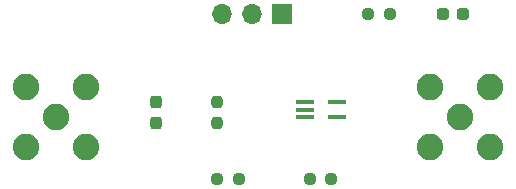
<source format=gts>
G04 #@! TF.GenerationSoftware,KiCad,Pcbnew,6.0.11+dfsg-1*
G04 #@! TF.CreationDate,2024-04-10T12:01:03+02:00*
G04 #@! TF.ProjectId,Nehari_Chauveliere_aase_dephaseur,4e656861-7269-45f4-9368-617576656c69,rev?*
G04 #@! TF.SameCoordinates,Original*
G04 #@! TF.FileFunction,Soldermask,Top*
G04 #@! TF.FilePolarity,Negative*
%FSLAX46Y46*%
G04 Gerber Fmt 4.6, Leading zero omitted, Abs format (unit mm)*
G04 Created by KiCad (PCBNEW 6.0.11+dfsg-1) date 2024-04-10 12:01:03*
%MOMM*%
%LPD*%
G01*
G04 APERTURE LIST*
G04 Aperture macros list*
%AMRoundRect*
0 Rectangle with rounded corners*
0 $1 Rounding radius*
0 $2 $3 $4 $5 $6 $7 $8 $9 X,Y pos of 4 corners*
0 Add a 4 corners polygon primitive as box body*
4,1,4,$2,$3,$4,$5,$6,$7,$8,$9,$2,$3,0*
0 Add four circle primitives for the rounded corners*
1,1,$1+$1,$2,$3*
1,1,$1+$1,$4,$5*
1,1,$1+$1,$6,$7*
1,1,$1+$1,$8,$9*
0 Add four rect primitives between the rounded corners*
20,1,$1+$1,$2,$3,$4,$5,0*
20,1,$1+$1,$4,$5,$6,$7,0*
20,1,$1+$1,$6,$7,$8,$9,0*
20,1,$1+$1,$8,$9,$2,$3,0*%
G04 Aperture macros list end*
%ADD10RoundRect,0.237500X-0.250000X-0.237500X0.250000X-0.237500X0.250000X0.237500X-0.250000X0.237500X0*%
%ADD11RoundRect,0.237500X0.287500X0.237500X-0.287500X0.237500X-0.287500X-0.237500X0.287500X-0.237500X0*%
%ADD12C,2.250000*%
%ADD13R,1.500000X0.400000*%
%ADD14RoundRect,0.237500X0.237500X-0.250000X0.237500X0.250000X-0.237500X0.250000X-0.237500X-0.250000X0*%
%ADD15R,1.700000X1.700000*%
%ADD16O,1.700000X1.700000*%
%ADD17RoundRect,0.237500X-0.237500X0.300000X-0.237500X-0.300000X0.237500X-0.300000X0.237500X0.300000X0*%
G04 APERTURE END LIST*
D10*
X143082000Y-72136000D03*
X144907000Y-72136000D03*
D11*
X151116000Y-72136000D03*
X149366000Y-72136000D03*
D12*
X150876000Y-80899000D03*
X148336000Y-78359000D03*
X153416000Y-83439000D03*
X153416000Y-78359000D03*
X148336000Y-83439000D03*
X119139000Y-78359000D03*
X114059000Y-83439000D03*
X114059000Y-78359000D03*
X119139000Y-83439000D03*
X116599000Y-80899000D03*
D13*
X137736090Y-79593737D03*
X137736090Y-80243737D03*
X137736090Y-80893737D03*
X140396090Y-80893737D03*
X140396090Y-79593737D03*
D10*
X138129000Y-86106000D03*
X139954000Y-86106000D03*
X130302000Y-86106000D03*
X132127000Y-86106000D03*
D14*
X130302000Y-81407000D03*
X130302000Y-79582000D03*
D15*
X135763000Y-72136000D03*
D16*
X133223000Y-72136000D03*
X130683000Y-72136000D03*
D17*
X125095000Y-79629000D03*
X125095000Y-81354000D03*
M02*

</source>
